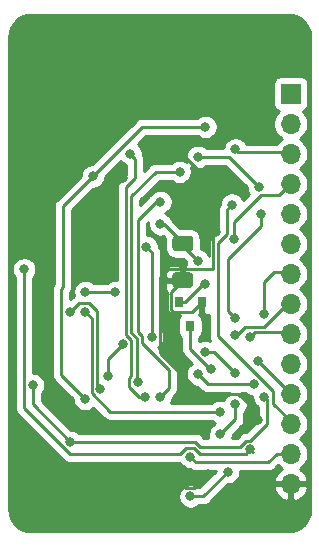
<source format=gbr>
%TF.GenerationSoftware,KiCad,Pcbnew,(5.1.10)-1*%
%TF.CreationDate,2021-09-14T12:30:06+02:00*%
%TF.ProjectId,BTS-MainBoard-Control,4254532d-4d61-4696-9e42-6f6172642d43,rev?*%
%TF.SameCoordinates,Original*%
%TF.FileFunction,Copper,L2,Bot*%
%TF.FilePolarity,Positive*%
%FSLAX46Y46*%
G04 Gerber Fmt 4.6, Leading zero omitted, Abs format (unit mm)*
G04 Created by KiCad (PCBNEW (5.1.10)-1) date 2021-09-14 12:30:06*
%MOMM*%
%LPD*%
G01*
G04 APERTURE LIST*
%TA.AperFunction,SMDPad,CuDef*%
%ADD10R,0.800000X0.900000*%
%TD*%
%TA.AperFunction,ComponentPad*%
%ADD11O,1.700000X1.700000*%
%TD*%
%TA.AperFunction,ComponentPad*%
%ADD12R,1.700000X1.700000*%
%TD*%
%TA.AperFunction,ViaPad*%
%ADD13C,0.800000*%
%TD*%
%TA.AperFunction,Conductor*%
%ADD14C,0.250000*%
%TD*%
%TA.AperFunction,Conductor*%
%ADD15C,0.254000*%
%TD*%
%TA.AperFunction,Conductor*%
%ADD16C,0.100000*%
%TD*%
G04 APERTURE END LIST*
%TO.P,R8,2*%
%TO.N,GND*%
%TA.AperFunction,SMDPad,CuDef*%
G36*
G01*
X76844999Y-59320000D02*
X78095001Y-59320000D01*
G75*
G02*
X78345000Y-59569999I0J-249999D01*
G01*
X78345000Y-60370001D01*
G75*
G02*
X78095001Y-60620000I-249999J0D01*
G01*
X76844999Y-60620000D01*
G75*
G02*
X76595000Y-60370001I0J249999D01*
G01*
X76595000Y-59569999D01*
G75*
G02*
X76844999Y-59320000I249999J0D01*
G01*
G37*
%TD.AperFunction*%
%TO.P,R8,1*%
%TO.N,/Fan_trigger*%
%TA.AperFunction,SMDPad,CuDef*%
G36*
G01*
X76844999Y-56220000D02*
X78095001Y-56220000D01*
G75*
G02*
X78345000Y-56469999I0J-249999D01*
G01*
X78345000Y-57270001D01*
G75*
G02*
X78095001Y-57520000I-249999J0D01*
G01*
X76844999Y-57520000D01*
G75*
G02*
X76595000Y-57270001I0J249999D01*
G01*
X76595000Y-56469999D01*
G75*
G02*
X76844999Y-56220000I249999J0D01*
G01*
G37*
%TD.AperFunction*%
%TD*%
D10*
%TO.P,Q1,3*%
%TO.N,/FanDrive*%
X78105000Y-63865000D03*
%TO.P,Q1,2*%
%TO.N,GND*%
X79055000Y-61865000D03*
%TO.P,Q1,1*%
%TO.N,/Fan_trigger*%
X77155000Y-61865000D03*
%TD*%
D11*
%TO.P,J4,14*%
%TO.N,GND*%
X86614000Y-77216000D03*
%TO.P,J4,13*%
%TO.N,/FanDrive*%
X86614000Y-74676000D03*
%TO.P,J4,12*%
%TO.N,/VSense*%
X86614000Y-72136000D03*
%TO.P,J4,11*%
%TO.N,+12V*%
X86614000Y-69596000D03*
%TO.P,J4,10*%
%TO.N,/BHS*%
X86614000Y-67056000D03*
%TO.P,J4,9*%
%TO.N,/BLS*%
X86614000Y-64516000D03*
%TO.P,J4,8*%
%TO.N,/BLO*%
X86614000Y-61976000D03*
%TO.P,J4,7*%
%TO.N,/BHO*%
X86614000Y-59436000D03*
%TO.P,J4,6*%
%TO.N,/BHB*%
X86614000Y-56896000D03*
%TO.P,J4,5*%
%TO.N,/ALS*%
X86614000Y-54356000D03*
%TO.P,J4,4*%
%TO.N,/ALO*%
X86614000Y-51816000D03*
%TO.P,J4,3*%
%TO.N,/AHO*%
X86614000Y-49276000D03*
%TO.P,J4,2*%
%TO.N,/AHS*%
X86614000Y-46736000D03*
D12*
%TO.P,J4,1*%
%TO.N,/AHB*%
X86614000Y-44196000D03*
%TD*%
D13*
%TO.N,GND*%
X71755000Y-77470000D03*
X80302516Y-55880000D03*
X83835602Y-71813139D03*
X75105000Y-49217270D03*
X80290000Y-50800000D03*
X68453000Y-55245000D03*
X72390000Y-51308000D03*
X79570160Y-76395160D03*
%TO.N,+12V*%
X80645000Y-73025000D03*
X83185000Y-74295006D03*
X81915000Y-70485000D03*
X81915000Y-67855740D03*
X64045000Y-59055000D03*
X69215000Y-60960000D03*
X71755000Y-60960000D03*
X83820000Y-66802000D03*
X79375000Y-66040000D03*
%TO.N,/BHS*%
X69215000Y-62660010D03*
X80627093Y-71120000D03*
%TO.N,/BHB*%
X64770000Y-68872500D03*
X67945000Y-73660000D03*
X84384965Y-69849992D03*
%TO.N,/AHS*%
X81915000Y-63207500D03*
X84059835Y-54370165D03*
%TO.N,/AHB*%
X81280000Y-76200000D03*
X78105585Y-78285012D03*
%TO.N,/VSense*%
X81614581Y-53578504D03*
%TO.N,/IN-*%
X75565000Y-69850000D03*
X75565000Y-53340000D03*
%TO.N,/IN+*%
X74295000Y-69850000D03*
X73025000Y-49275998D03*
%TO.N,/Disable*%
X77190000Y-50800000D03*
X73660000Y-68580000D03*
%TO.N,/HEN*%
X79375000Y-46990000D03*
X69195469Y-70017914D03*
X69850000Y-51180998D03*
%TO.N,/BLS*%
X83185010Y-64770000D03*
X71170908Y-68098355D03*
X72389998Y-65405000D03*
%TO.N,/BLO*%
X81915000Y-64619990D03*
X74840000Y-64770000D03*
X74385000Y-57150000D03*
%TO.N,/BHO*%
X67945000Y-62660000D03*
X84384959Y-62865000D03*
X78740000Y-67945000D03*
X70485000Y-69215000D03*
X83516340Y-68793660D03*
%TO.N,/ALS*%
X78740000Y-49530000D03*
X83910000Y-52070000D03*
%TO.N,/ALO*%
X81825000Y-56515000D03*
%TO.N,/AHO*%
X81915000Y-48895000D03*
%TO.N,/Fan_trigger*%
X75565000Y-55245000D03*
X78740000Y-58330000D03*
X79375000Y-60325000D03*
%TO.N,/FanDrive*%
X79827901Y-67486612D03*
X78105000Y-74930000D03*
%TD*%
D14*
%TO.N,GND*%
X78936998Y-50800000D02*
X80290000Y-50800000D01*
X77354268Y-49217270D02*
X78936998Y-50800000D01*
X75105000Y-49217270D02*
X77354268Y-49217270D01*
X68453000Y-55245000D02*
X72390000Y-51308000D01*
X83835602Y-71247454D02*
X83835602Y-71813139D01*
X82180537Y-69592389D02*
X83835602Y-71247454D01*
X79027246Y-69592389D02*
X82180537Y-69592389D01*
X75565000Y-59690000D02*
X75565000Y-66130143D01*
X80010000Y-59055000D02*
X76200000Y-59055000D01*
X80010000Y-55880000D02*
X80010000Y-59055000D01*
X76200000Y-59055000D02*
X75565000Y-59690000D01*
X75565000Y-66130143D02*
X79027246Y-69592389D01*
X80302516Y-55880000D02*
X80010000Y-55880000D01*
X71755000Y-77470000D02*
X77666996Y-77470000D01*
X77666996Y-77470000D02*
X77756998Y-77560002D01*
X77756998Y-77560002D02*
X78405318Y-77560002D01*
X78405318Y-77560002D02*
X79570160Y-76395160D01*
X78279999Y-62640001D02*
X79055000Y-61865000D01*
X76429999Y-62459999D02*
X76610001Y-62640001D01*
X76610001Y-62640001D02*
X78279999Y-62640001D01*
X76429999Y-61010001D02*
X76429999Y-62459999D01*
X77470000Y-59970000D02*
X76429999Y-61010001D01*
%TO.N,+12V*%
X83454994Y-74565000D02*
X83185000Y-74295006D01*
X81915000Y-71755000D02*
X81915000Y-70485000D01*
X80645000Y-73025000D02*
X81915000Y-71755000D01*
X69215000Y-60960000D02*
X71755000Y-60960000D01*
X86614000Y-69596000D02*
X83820000Y-66802000D01*
X81915000Y-67855740D02*
X80099260Y-66040000D01*
X80099260Y-66040000D02*
X79375000Y-66040000D01*
X64045000Y-59620685D02*
X64045000Y-59055000D01*
X83185000Y-74295006D02*
X82785001Y-74695005D01*
X64044999Y-70833001D02*
X64045000Y-59620685D01*
X77266993Y-74695005D02*
X67907003Y-74695005D01*
X82785001Y-74695005D02*
X78943007Y-74695005D01*
X67907003Y-74695005D02*
X64044999Y-70833001D01*
X77757008Y-74204990D02*
X77266993Y-74695005D01*
X78452994Y-74204990D02*
X77757008Y-74204990D01*
X78943007Y-74695005D02*
X78452994Y-74204990D01*
%TO.N,/BHS*%
X69215000Y-62660010D02*
X69759999Y-63205009D01*
X71316998Y-71120000D02*
X80627093Y-71120000D01*
X69759999Y-63205009D02*
X69759999Y-69563001D01*
X69759999Y-69563001D02*
X71316998Y-71120000D01*
%TO.N,/BHB*%
X64770000Y-70485000D02*
X67945000Y-73660000D01*
X64770000Y-68872500D02*
X64770000Y-70485000D01*
X82346999Y-74059999D02*
X82836999Y-73569999D01*
X78544412Y-73660000D02*
X78944411Y-74059999D01*
X78944411Y-74059999D02*
X82346999Y-74059999D01*
X67945000Y-73660000D02*
X78544412Y-73660000D01*
X84585018Y-70050045D02*
X84384965Y-69849992D01*
X82836999Y-73569999D02*
X83151746Y-73569999D01*
X84585018Y-72136727D02*
X84585018Y-70050045D01*
X83151746Y-73569999D02*
X84585018Y-72136727D01*
%TO.N,/AHS*%
X81280000Y-58195353D02*
X84059835Y-55415518D01*
X81280000Y-62572500D02*
X81280000Y-58195353D01*
X84059835Y-55415518D02*
X84059835Y-54370165D01*
X81915000Y-63207500D02*
X81280000Y-62572500D01*
%TO.N,/AHB*%
X79194988Y-78285012D02*
X78105585Y-78285012D01*
X81280000Y-76200000D02*
X79194988Y-78285012D01*
%TO.N,/VSense*%
X86684999Y-72025000D02*
X85109989Y-70449990D01*
X85109989Y-70449990D02*
X85109989Y-69361989D01*
X85109989Y-69361989D02*
X80409999Y-64661999D01*
X80409999Y-64661999D02*
X80409999Y-59291412D01*
X80409999Y-59291412D02*
X80460011Y-59241400D01*
X80460011Y-59241400D02*
X80460011Y-56795493D01*
X80460011Y-56795493D02*
X81214582Y-56040922D01*
X81214582Y-56040922D02*
X81214582Y-53978503D01*
X81214582Y-53978503D02*
X81614581Y-53578504D01*
%TO.N,/IN-*%
X76290002Y-69124998D02*
X75565000Y-69850000D01*
X76290002Y-67596998D02*
X76290002Y-69124998D01*
X73660000Y-64329175D02*
X74015025Y-64684199D01*
X73660000Y-54864000D02*
X73660000Y-64329175D01*
X74015025Y-65322021D02*
X76290002Y-67596998D01*
X75184000Y-53340000D02*
X73660000Y-54864000D01*
X74015025Y-64684199D02*
X74015025Y-65322021D01*
X75565000Y-53340000D02*
X75184000Y-53340000D01*
%TO.N,/IN+*%
X73424999Y-51346003D02*
X73424999Y-49675997D01*
X72664989Y-64606985D02*
X72664989Y-52106013D01*
X73115003Y-65056999D02*
X72664989Y-64606985D01*
X73115003Y-68051993D02*
X73115003Y-65056999D01*
X73424999Y-49675997D02*
X73025000Y-49275998D01*
X73729315Y-69850000D02*
X72934998Y-69055683D01*
X72934998Y-69055683D02*
X72934998Y-68231998D01*
X72664989Y-52106013D02*
X73424999Y-51346003D01*
X74295000Y-69850000D02*
X73729315Y-69850000D01*
X72934998Y-68231998D02*
X73115003Y-68051993D01*
%TO.N,/Disable*%
X73565014Y-68485014D02*
X73660000Y-68580000D01*
X77190000Y-50800000D02*
X75184000Y-50800000D01*
X73115000Y-52869000D02*
X73115000Y-64420585D01*
X75184000Y-50800000D02*
X73115000Y-52869000D01*
X73565014Y-64870599D02*
X73565014Y-68485014D01*
X73115000Y-64420585D02*
X73565014Y-64870599D01*
%TO.N,/HEN*%
X74040998Y-46990000D02*
X69850000Y-51180998D01*
X79375000Y-46990000D02*
X74040998Y-46990000D01*
X67310000Y-53720998D02*
X69850000Y-51180998D01*
X67310000Y-60579000D02*
X67310000Y-53720998D01*
X67183000Y-60706000D02*
X67310000Y-60579000D01*
X67183000Y-68005445D02*
X67183000Y-60706000D01*
X69195469Y-70017914D02*
X67183000Y-68005445D01*
%TO.N,/BLS*%
X86684999Y-64405000D02*
X83550010Y-64405000D01*
X83550010Y-64405000D02*
X83185010Y-64770000D01*
X71170908Y-68098355D02*
X71170908Y-66624090D01*
X71170908Y-66624090D02*
X72389998Y-65405000D01*
%TO.N,/BLO*%
X84345009Y-63954990D02*
X82730010Y-63954990D01*
X86434999Y-61865000D02*
X84345009Y-63954990D01*
X86684999Y-61865000D02*
X86434999Y-61865000D01*
X82065010Y-64619990D02*
X81915000Y-64619990D01*
X82730010Y-63954990D02*
X82065010Y-64619990D01*
X74840000Y-57605000D02*
X74385000Y-57150000D01*
X74840000Y-64770000D02*
X74840000Y-57605000D01*
%TO.N,/BHO*%
X84384959Y-60125040D02*
X84384959Y-62865000D01*
X85184999Y-59325000D02*
X84384959Y-60125040D01*
X86684999Y-59325000D02*
X85184999Y-59325000D01*
X70210010Y-68940010D02*
X70485000Y-69215000D01*
X70210010Y-62582004D02*
X70210010Y-68940010D01*
X68670011Y-61934989D02*
X69562995Y-61934989D01*
X69562995Y-61934989D02*
X70210010Y-62582004D01*
X67945000Y-62660000D02*
X68670011Y-61934989D01*
X78740000Y-67945000D02*
X79588660Y-68793660D01*
X79588660Y-68793660D02*
X83516340Y-68793660D01*
%TO.N,/ALS*%
X81370000Y-49530000D02*
X83910000Y-52070000D01*
X78740000Y-49530000D02*
X81370000Y-49530000D01*
%TO.N,/ALO*%
X81825000Y-55064999D02*
X81825000Y-56515000D01*
X84094997Y-52795002D02*
X81825000Y-55064999D01*
X85594997Y-52795002D02*
X84094997Y-52795002D01*
X86684999Y-51705000D02*
X85594997Y-52795002D01*
%TO.N,/AHO*%
X82185000Y-49165000D02*
X81915000Y-48895000D01*
X86684999Y-49165000D02*
X82185000Y-49165000D01*
%TO.N,/Fan_trigger*%
X77470000Y-56870000D02*
X75845000Y-55245000D01*
X75845000Y-55245000D02*
X75565000Y-55245000D01*
X77470000Y-57060000D02*
X78740000Y-58330000D01*
X77470000Y-56870000D02*
X77470000Y-57060000D01*
X77619998Y-61865000D02*
X77155000Y-61865000D01*
X79159998Y-60325000D02*
X77619998Y-61865000D01*
X79375000Y-60325000D02*
X79159998Y-60325000D01*
%TO.N,/FanDrive*%
X79748610Y-67486612D02*
X79827901Y-67486612D01*
X78105000Y-65843002D02*
X79748610Y-67486612D01*
X78105000Y-63865000D02*
X78105000Y-65843002D01*
X84698787Y-75389132D02*
X78564132Y-75389132D01*
X78564132Y-75389132D02*
X78105000Y-74930000D01*
X86614000Y-74676000D02*
X85411919Y-74676000D01*
X85411919Y-74676000D02*
X84698787Y-75389132D01*
%TD*%
D15*
%TO.N,GND*%
X86724545Y-37528909D02*
X87075208Y-37634780D01*
X87398625Y-37806744D01*
X87682484Y-38038254D01*
X87915965Y-38320486D01*
X88090183Y-38642695D01*
X88198502Y-38992614D01*
X88240000Y-39387443D01*
X88240001Y-79342711D01*
X88201091Y-79739545D01*
X88095220Y-80090206D01*
X87923257Y-80413623D01*
X87691748Y-80697482D01*
X87409514Y-80930965D01*
X87087304Y-81105184D01*
X86737385Y-81213502D01*
X86342557Y-81255000D01*
X64675279Y-81255000D01*
X64278455Y-81216091D01*
X63927794Y-81110220D01*
X63604377Y-80938257D01*
X63320518Y-80706748D01*
X63087035Y-80424514D01*
X62912816Y-80102304D01*
X62804498Y-79752385D01*
X62763000Y-79357557D01*
X62763000Y-58953061D01*
X63010000Y-58953061D01*
X63010000Y-59156939D01*
X63049774Y-59356898D01*
X63127795Y-59545256D01*
X63241063Y-59714774D01*
X63285001Y-59758712D01*
X63284999Y-70795678D01*
X63281323Y-70833001D01*
X63284999Y-70870323D01*
X63284999Y-70870333D01*
X63295996Y-70981986D01*
X63337861Y-71119999D01*
X63339453Y-71125247D01*
X63410025Y-71257277D01*
X63436008Y-71288937D01*
X63504998Y-71373001D01*
X63533996Y-71396799D01*
X67343208Y-75206013D01*
X67367002Y-75235006D01*
X67395995Y-75258800D01*
X67395999Y-75258804D01*
X67425233Y-75282795D01*
X67482727Y-75329979D01*
X67614756Y-75400551D01*
X67758017Y-75444008D01*
X67869670Y-75455005D01*
X67869679Y-75455005D01*
X67907002Y-75458681D01*
X67944325Y-75455005D01*
X77211013Y-75455005D01*
X77301063Y-75589774D01*
X77445226Y-75733937D01*
X77614744Y-75847205D01*
X77803102Y-75925226D01*
X78003061Y-75965000D01*
X78067835Y-75965000D01*
X78139856Y-76024106D01*
X78271885Y-76094678D01*
X78415146Y-76138135D01*
X78526799Y-76149132D01*
X78526807Y-76149132D01*
X78564132Y-76152808D01*
X78601457Y-76149132D01*
X80245000Y-76149132D01*
X80245000Y-76160198D01*
X78880187Y-77525012D01*
X78809296Y-77525012D01*
X78765359Y-77481075D01*
X78595841Y-77367807D01*
X78407483Y-77289786D01*
X78207524Y-77250012D01*
X78003646Y-77250012D01*
X77803687Y-77289786D01*
X77615329Y-77367807D01*
X77445811Y-77481075D01*
X77301648Y-77625238D01*
X77188380Y-77794756D01*
X77110359Y-77983114D01*
X77070585Y-78183073D01*
X77070585Y-78386951D01*
X77110359Y-78586910D01*
X77188380Y-78775268D01*
X77301648Y-78944786D01*
X77445811Y-79088949D01*
X77615329Y-79202217D01*
X77803687Y-79280238D01*
X78003646Y-79320012D01*
X78207524Y-79320012D01*
X78407483Y-79280238D01*
X78595841Y-79202217D01*
X78765359Y-79088949D01*
X78809296Y-79045012D01*
X79157666Y-79045012D01*
X79194988Y-79048688D01*
X79232310Y-79045012D01*
X79232321Y-79045012D01*
X79343974Y-79034015D01*
X79487235Y-78990558D01*
X79619264Y-78919986D01*
X79734989Y-78825013D01*
X79758792Y-78796009D01*
X80981911Y-77572890D01*
X85172524Y-77572890D01*
X85217175Y-77720099D01*
X85342359Y-77982920D01*
X85516412Y-78216269D01*
X85732645Y-78411178D01*
X85982748Y-78560157D01*
X86257109Y-78657481D01*
X86487000Y-78536814D01*
X86487000Y-77343000D01*
X86741000Y-77343000D01*
X86741000Y-78536814D01*
X86970891Y-78657481D01*
X87245252Y-78560157D01*
X87495355Y-78411178D01*
X87711588Y-78216269D01*
X87885641Y-77982920D01*
X88010825Y-77720099D01*
X88055476Y-77572890D01*
X87934155Y-77343000D01*
X86741000Y-77343000D01*
X86487000Y-77343000D01*
X85293845Y-77343000D01*
X85172524Y-77572890D01*
X80981911Y-77572890D01*
X81319802Y-77235000D01*
X81381939Y-77235000D01*
X81581898Y-77195226D01*
X81770256Y-77117205D01*
X81939774Y-77003937D01*
X82083937Y-76859774D01*
X82197205Y-76690256D01*
X82275226Y-76501898D01*
X82315000Y-76301939D01*
X82315000Y-76149132D01*
X84661465Y-76149132D01*
X84698787Y-76152808D01*
X84736109Y-76149132D01*
X84736120Y-76149132D01*
X84847773Y-76138135D01*
X84991034Y-76094678D01*
X85123063Y-76024106D01*
X85238788Y-75929133D01*
X85262590Y-75900130D01*
X85500307Y-75662414D01*
X85667368Y-75829475D01*
X85849534Y-75951195D01*
X85732645Y-76020822D01*
X85516412Y-76215731D01*
X85342359Y-76449080D01*
X85217175Y-76711901D01*
X85172524Y-76859110D01*
X85293845Y-77089000D01*
X86487000Y-77089000D01*
X86487000Y-77069000D01*
X86741000Y-77069000D01*
X86741000Y-77089000D01*
X87934155Y-77089000D01*
X88055476Y-76859110D01*
X88010825Y-76711901D01*
X87885641Y-76449080D01*
X87711588Y-76215731D01*
X87495355Y-76020822D01*
X87378466Y-75951195D01*
X87560632Y-75829475D01*
X87767475Y-75622632D01*
X87929990Y-75379411D01*
X88041932Y-75109158D01*
X88099000Y-74822260D01*
X88099000Y-74529740D01*
X88041932Y-74242842D01*
X87929990Y-73972589D01*
X87767475Y-73729368D01*
X87560632Y-73522525D01*
X87386240Y-73406000D01*
X87560632Y-73289475D01*
X87767475Y-73082632D01*
X87929990Y-72839411D01*
X88041932Y-72569158D01*
X88099000Y-72282260D01*
X88099000Y-71989740D01*
X88041932Y-71702842D01*
X87929990Y-71432589D01*
X87767475Y-71189368D01*
X87560632Y-70982525D01*
X87386240Y-70866000D01*
X87560632Y-70749475D01*
X87767475Y-70542632D01*
X87929990Y-70299411D01*
X88041932Y-70029158D01*
X88099000Y-69742260D01*
X88099000Y-69449740D01*
X88041932Y-69162842D01*
X87929990Y-68892589D01*
X87767475Y-68649368D01*
X87560632Y-68442525D01*
X87386240Y-68326000D01*
X87560632Y-68209475D01*
X87767475Y-68002632D01*
X87929990Y-67759411D01*
X88041932Y-67489158D01*
X88099000Y-67202260D01*
X88099000Y-66909740D01*
X88041932Y-66622842D01*
X87929990Y-66352589D01*
X87767475Y-66109368D01*
X87560632Y-65902525D01*
X87386240Y-65786000D01*
X87560632Y-65669475D01*
X87767475Y-65462632D01*
X87929990Y-65219411D01*
X88041932Y-64949158D01*
X88099000Y-64662260D01*
X88099000Y-64369740D01*
X88041932Y-64082842D01*
X87929990Y-63812589D01*
X87767475Y-63569368D01*
X87560632Y-63362525D01*
X87386240Y-63246000D01*
X87560632Y-63129475D01*
X87767475Y-62922632D01*
X87929990Y-62679411D01*
X88041932Y-62409158D01*
X88099000Y-62122260D01*
X88099000Y-61829740D01*
X88041932Y-61542842D01*
X87929990Y-61272589D01*
X87767475Y-61029368D01*
X87560632Y-60822525D01*
X87386240Y-60706000D01*
X87560632Y-60589475D01*
X87767475Y-60382632D01*
X87929990Y-60139411D01*
X88041932Y-59869158D01*
X88099000Y-59582260D01*
X88099000Y-59289740D01*
X88041932Y-59002842D01*
X87929990Y-58732589D01*
X87767475Y-58489368D01*
X87560632Y-58282525D01*
X87386240Y-58166000D01*
X87560632Y-58049475D01*
X87767475Y-57842632D01*
X87929990Y-57599411D01*
X88041932Y-57329158D01*
X88099000Y-57042260D01*
X88099000Y-56749740D01*
X88041932Y-56462842D01*
X87929990Y-56192589D01*
X87767475Y-55949368D01*
X87560632Y-55742525D01*
X87386240Y-55626000D01*
X87560632Y-55509475D01*
X87767475Y-55302632D01*
X87929990Y-55059411D01*
X88041932Y-54789158D01*
X88099000Y-54502260D01*
X88099000Y-54209740D01*
X88041932Y-53922842D01*
X87929990Y-53652589D01*
X87767475Y-53409368D01*
X87560632Y-53202525D01*
X87386240Y-53086000D01*
X87560632Y-52969475D01*
X87767475Y-52762632D01*
X87929990Y-52519411D01*
X88041932Y-52249158D01*
X88099000Y-51962260D01*
X88099000Y-51669740D01*
X88041932Y-51382842D01*
X87929990Y-51112589D01*
X87767475Y-50869368D01*
X87560632Y-50662525D01*
X87386240Y-50546000D01*
X87560632Y-50429475D01*
X87767475Y-50222632D01*
X87929990Y-49979411D01*
X88041932Y-49709158D01*
X88099000Y-49422260D01*
X88099000Y-49129740D01*
X88041932Y-48842842D01*
X87929990Y-48572589D01*
X87767475Y-48329368D01*
X87560632Y-48122525D01*
X87386240Y-48006000D01*
X87560632Y-47889475D01*
X87767475Y-47682632D01*
X87929990Y-47439411D01*
X88041932Y-47169158D01*
X88099000Y-46882260D01*
X88099000Y-46589740D01*
X88041932Y-46302842D01*
X87929990Y-46032589D01*
X87767475Y-45789368D01*
X87635620Y-45657513D01*
X87708180Y-45635502D01*
X87818494Y-45576537D01*
X87915185Y-45497185D01*
X87994537Y-45400494D01*
X88053502Y-45290180D01*
X88089812Y-45170482D01*
X88102072Y-45046000D01*
X88102072Y-43346000D01*
X88089812Y-43221518D01*
X88053502Y-43101820D01*
X87994537Y-42991506D01*
X87915185Y-42894815D01*
X87818494Y-42815463D01*
X87708180Y-42756498D01*
X87588482Y-42720188D01*
X87464000Y-42707928D01*
X85764000Y-42707928D01*
X85639518Y-42720188D01*
X85519820Y-42756498D01*
X85409506Y-42815463D01*
X85312815Y-42894815D01*
X85233463Y-42991506D01*
X85174498Y-43101820D01*
X85138188Y-43221518D01*
X85125928Y-43346000D01*
X85125928Y-45046000D01*
X85138188Y-45170482D01*
X85174498Y-45290180D01*
X85233463Y-45400494D01*
X85312815Y-45497185D01*
X85409506Y-45576537D01*
X85519820Y-45635502D01*
X85592380Y-45657513D01*
X85460525Y-45789368D01*
X85298010Y-46032589D01*
X85186068Y-46302842D01*
X85129000Y-46589740D01*
X85129000Y-46882260D01*
X85186068Y-47169158D01*
X85298010Y-47439411D01*
X85460525Y-47682632D01*
X85667368Y-47889475D01*
X85841760Y-48006000D01*
X85667368Y-48122525D01*
X85460525Y-48329368D01*
X85409989Y-48405000D01*
X82832311Y-48405000D01*
X82832205Y-48404744D01*
X82718937Y-48235226D01*
X82574774Y-48091063D01*
X82405256Y-47977795D01*
X82216898Y-47899774D01*
X82016939Y-47860000D01*
X81813061Y-47860000D01*
X81613102Y-47899774D01*
X81424744Y-47977795D01*
X81255226Y-48091063D01*
X81111063Y-48235226D01*
X80997795Y-48404744D01*
X80919774Y-48593102D01*
X80884587Y-48770000D01*
X79443711Y-48770000D01*
X79399774Y-48726063D01*
X79230256Y-48612795D01*
X79041898Y-48534774D01*
X78841939Y-48495000D01*
X78638061Y-48495000D01*
X78438102Y-48534774D01*
X78249744Y-48612795D01*
X78080226Y-48726063D01*
X77936063Y-48870226D01*
X77822795Y-49039744D01*
X77744774Y-49228102D01*
X77705000Y-49428061D01*
X77705000Y-49631939D01*
X77744774Y-49831898D01*
X77798614Y-49961879D01*
X77680256Y-49882795D01*
X77491898Y-49804774D01*
X77291939Y-49765000D01*
X77088061Y-49765000D01*
X76888102Y-49804774D01*
X76699744Y-49882795D01*
X76530226Y-49996063D01*
X76486289Y-50040000D01*
X75221323Y-50040000D01*
X75184000Y-50036324D01*
X75146677Y-50040000D01*
X75146667Y-50040000D01*
X75035014Y-50050997D01*
X74891753Y-50094454D01*
X74759724Y-50165026D01*
X74643999Y-50259999D01*
X74620201Y-50288997D01*
X74184999Y-50724199D01*
X74184999Y-49713319D01*
X74188675Y-49675996D01*
X74184999Y-49638674D01*
X74184999Y-49638664D01*
X74174002Y-49527011D01*
X74130545Y-49383750D01*
X74060000Y-49251772D01*
X74060000Y-49174059D01*
X74020226Y-48974100D01*
X73942205Y-48785742D01*
X73828937Y-48616224D01*
X73684774Y-48472061D01*
X73654181Y-48451619D01*
X74355800Y-47750000D01*
X78671289Y-47750000D01*
X78715226Y-47793937D01*
X78884744Y-47907205D01*
X79073102Y-47985226D01*
X79273061Y-48025000D01*
X79476939Y-48025000D01*
X79676898Y-47985226D01*
X79865256Y-47907205D01*
X80034774Y-47793937D01*
X80178937Y-47649774D01*
X80292205Y-47480256D01*
X80370226Y-47291898D01*
X80410000Y-47091939D01*
X80410000Y-46888061D01*
X80370226Y-46688102D01*
X80292205Y-46499744D01*
X80178937Y-46330226D01*
X80034774Y-46186063D01*
X79865256Y-46072795D01*
X79676898Y-45994774D01*
X79476939Y-45955000D01*
X79273061Y-45955000D01*
X79073102Y-45994774D01*
X78884744Y-46072795D01*
X78715226Y-46186063D01*
X78671289Y-46230000D01*
X74078320Y-46230000D01*
X74040997Y-46226324D01*
X74003674Y-46230000D01*
X74003665Y-46230000D01*
X73892012Y-46240997D01*
X73748751Y-46284454D01*
X73616722Y-46355026D01*
X73500997Y-46449999D01*
X73477199Y-46478997D01*
X69810199Y-50145998D01*
X69748061Y-50145998D01*
X69548102Y-50185772D01*
X69359744Y-50263793D01*
X69190226Y-50377061D01*
X69046063Y-50521224D01*
X68932795Y-50690742D01*
X68854774Y-50879100D01*
X68815000Y-51079059D01*
X68815000Y-51141195D01*
X66798998Y-53157199D01*
X66770000Y-53180997D01*
X66746202Y-53209995D01*
X66746201Y-53209996D01*
X66675026Y-53296722D01*
X66604454Y-53428752D01*
X66589951Y-53476565D01*
X66560998Y-53572012D01*
X66557602Y-53606488D01*
X66546324Y-53720998D01*
X66550001Y-53758330D01*
X66550000Y-60279319D01*
X66548026Y-60281724D01*
X66477454Y-60413754D01*
X66459184Y-60473986D01*
X66433998Y-60557014D01*
X66427794Y-60620000D01*
X66419324Y-60706000D01*
X66423001Y-60743332D01*
X66423000Y-67968122D01*
X66419324Y-68005445D01*
X66423000Y-68042767D01*
X66423000Y-68042777D01*
X66433997Y-68154430D01*
X66471512Y-68278102D01*
X66477454Y-68297691D01*
X66548026Y-68429721D01*
X66569595Y-68456002D01*
X66642999Y-68545446D01*
X66672003Y-68569249D01*
X68160469Y-70057716D01*
X68160469Y-70119853D01*
X68200243Y-70319812D01*
X68278264Y-70508170D01*
X68391532Y-70677688D01*
X68535695Y-70821851D01*
X68705213Y-70935119D01*
X68893571Y-71013140D01*
X69093530Y-71052914D01*
X69297408Y-71052914D01*
X69497367Y-71013140D01*
X69685725Y-70935119D01*
X69855243Y-70821851D01*
X69899645Y-70777449D01*
X70753199Y-71631003D01*
X70776997Y-71660001D01*
X70805995Y-71683799D01*
X70892721Y-71754974D01*
X71024751Y-71825546D01*
X71168012Y-71869003D01*
X71279665Y-71880000D01*
X71279674Y-71880000D01*
X71316997Y-71883676D01*
X71354320Y-71880000D01*
X79923382Y-71880000D01*
X79967319Y-71923937D01*
X80136837Y-72037205D01*
X80231000Y-72076209D01*
X80154744Y-72107795D01*
X79985226Y-72221063D01*
X79841063Y-72365226D01*
X79727795Y-72534744D01*
X79649774Y-72723102D01*
X79610000Y-72923061D01*
X79610000Y-73126939D01*
X79644423Y-73299999D01*
X79259212Y-73299999D01*
X79108216Y-73149003D01*
X79084413Y-73119999D01*
X78968688Y-73025026D01*
X78836659Y-72954454D01*
X78693398Y-72910997D01*
X78581745Y-72900000D01*
X78581734Y-72900000D01*
X78544412Y-72896324D01*
X78507090Y-72900000D01*
X68648711Y-72900000D01*
X68604774Y-72856063D01*
X68435256Y-72742795D01*
X68246898Y-72664774D01*
X68046939Y-72625000D01*
X67984802Y-72625000D01*
X65530000Y-70170199D01*
X65530000Y-69576211D01*
X65573937Y-69532274D01*
X65687205Y-69362756D01*
X65765226Y-69174398D01*
X65805000Y-68974439D01*
X65805000Y-68770561D01*
X65765226Y-68570602D01*
X65687205Y-68382244D01*
X65573937Y-68212726D01*
X65429774Y-68068563D01*
X65260256Y-67955295D01*
X65071898Y-67877274D01*
X64871939Y-67837500D01*
X64804999Y-67837500D01*
X64805000Y-59758711D01*
X64848937Y-59714774D01*
X64962205Y-59545256D01*
X65040226Y-59356898D01*
X65080000Y-59156939D01*
X65080000Y-58953061D01*
X65040226Y-58753102D01*
X64962205Y-58564744D01*
X64848937Y-58395226D01*
X64704774Y-58251063D01*
X64535256Y-58137795D01*
X64346898Y-58059774D01*
X64146939Y-58020000D01*
X63943061Y-58020000D01*
X63743102Y-58059774D01*
X63554744Y-58137795D01*
X63385226Y-58251063D01*
X63241063Y-58395226D01*
X63127795Y-58564744D01*
X63049774Y-58753102D01*
X63010000Y-58953061D01*
X62763000Y-58953061D01*
X62763000Y-39402279D01*
X62801909Y-39005455D01*
X62907780Y-38654792D01*
X63079744Y-38331375D01*
X63311254Y-38047516D01*
X63593486Y-37814035D01*
X63915695Y-37639817D01*
X64265614Y-37531498D01*
X64660443Y-37490000D01*
X86327721Y-37490000D01*
X86724545Y-37528909D01*
%TA.AperFunction,Conductor*%
D16*
G36*
X86724545Y-37528909D02*
G01*
X87075208Y-37634780D01*
X87398625Y-37806744D01*
X87682484Y-38038254D01*
X87915965Y-38320486D01*
X88090183Y-38642695D01*
X88198502Y-38992614D01*
X88240000Y-39387443D01*
X88240001Y-79342711D01*
X88201091Y-79739545D01*
X88095220Y-80090206D01*
X87923257Y-80413623D01*
X87691748Y-80697482D01*
X87409514Y-80930965D01*
X87087304Y-81105184D01*
X86737385Y-81213502D01*
X86342557Y-81255000D01*
X64675279Y-81255000D01*
X64278455Y-81216091D01*
X63927794Y-81110220D01*
X63604377Y-80938257D01*
X63320518Y-80706748D01*
X63087035Y-80424514D01*
X62912816Y-80102304D01*
X62804498Y-79752385D01*
X62763000Y-79357557D01*
X62763000Y-58953061D01*
X63010000Y-58953061D01*
X63010000Y-59156939D01*
X63049774Y-59356898D01*
X63127795Y-59545256D01*
X63241063Y-59714774D01*
X63285001Y-59758712D01*
X63284999Y-70795678D01*
X63281323Y-70833001D01*
X63284999Y-70870323D01*
X63284999Y-70870333D01*
X63295996Y-70981986D01*
X63337861Y-71119999D01*
X63339453Y-71125247D01*
X63410025Y-71257277D01*
X63436008Y-71288937D01*
X63504998Y-71373001D01*
X63533996Y-71396799D01*
X67343208Y-75206013D01*
X67367002Y-75235006D01*
X67395995Y-75258800D01*
X67395999Y-75258804D01*
X67425233Y-75282795D01*
X67482727Y-75329979D01*
X67614756Y-75400551D01*
X67758017Y-75444008D01*
X67869670Y-75455005D01*
X67869679Y-75455005D01*
X67907002Y-75458681D01*
X67944325Y-75455005D01*
X77211013Y-75455005D01*
X77301063Y-75589774D01*
X77445226Y-75733937D01*
X77614744Y-75847205D01*
X77803102Y-75925226D01*
X78003061Y-75965000D01*
X78067835Y-75965000D01*
X78139856Y-76024106D01*
X78271885Y-76094678D01*
X78415146Y-76138135D01*
X78526799Y-76149132D01*
X78526807Y-76149132D01*
X78564132Y-76152808D01*
X78601457Y-76149132D01*
X80245000Y-76149132D01*
X80245000Y-76160198D01*
X78880187Y-77525012D01*
X78809296Y-77525012D01*
X78765359Y-77481075D01*
X78595841Y-77367807D01*
X78407483Y-77289786D01*
X78207524Y-77250012D01*
X78003646Y-77250012D01*
X77803687Y-77289786D01*
X77615329Y-77367807D01*
X77445811Y-77481075D01*
X77301648Y-77625238D01*
X77188380Y-77794756D01*
X77110359Y-77983114D01*
X77070585Y-78183073D01*
X77070585Y-78386951D01*
X77110359Y-78586910D01*
X77188380Y-78775268D01*
X77301648Y-78944786D01*
X77445811Y-79088949D01*
X77615329Y-79202217D01*
X77803687Y-79280238D01*
X78003646Y-79320012D01*
X78207524Y-79320012D01*
X78407483Y-79280238D01*
X78595841Y-79202217D01*
X78765359Y-79088949D01*
X78809296Y-79045012D01*
X79157666Y-79045012D01*
X79194988Y-79048688D01*
X79232310Y-79045012D01*
X79232321Y-79045012D01*
X79343974Y-79034015D01*
X79487235Y-78990558D01*
X79619264Y-78919986D01*
X79734989Y-78825013D01*
X79758792Y-78796009D01*
X80981911Y-77572890D01*
X85172524Y-77572890D01*
X85217175Y-77720099D01*
X85342359Y-77982920D01*
X85516412Y-78216269D01*
X85732645Y-78411178D01*
X85982748Y-78560157D01*
X86257109Y-78657481D01*
X86487000Y-78536814D01*
X86487000Y-77343000D01*
X86741000Y-77343000D01*
X86741000Y-78536814D01*
X86970891Y-78657481D01*
X87245252Y-78560157D01*
X87495355Y-78411178D01*
X87711588Y-78216269D01*
X87885641Y-77982920D01*
X88010825Y-77720099D01*
X88055476Y-77572890D01*
X87934155Y-77343000D01*
X86741000Y-77343000D01*
X86487000Y-77343000D01*
X85293845Y-77343000D01*
X85172524Y-77572890D01*
X80981911Y-77572890D01*
X81319802Y-77235000D01*
X81381939Y-77235000D01*
X81581898Y-77195226D01*
X81770256Y-77117205D01*
X81939774Y-77003937D01*
X82083937Y-76859774D01*
X82197205Y-76690256D01*
X82275226Y-76501898D01*
X82315000Y-76301939D01*
X82315000Y-76149132D01*
X84661465Y-76149132D01*
X84698787Y-76152808D01*
X84736109Y-76149132D01*
X84736120Y-76149132D01*
X84847773Y-76138135D01*
X84991034Y-76094678D01*
X85123063Y-76024106D01*
X85238788Y-75929133D01*
X85262590Y-75900130D01*
X85500307Y-75662414D01*
X85667368Y-75829475D01*
X85849534Y-75951195D01*
X85732645Y-76020822D01*
X85516412Y-76215731D01*
X85342359Y-76449080D01*
X85217175Y-76711901D01*
X85172524Y-76859110D01*
X85293845Y-77089000D01*
X86487000Y-77089000D01*
X86487000Y-77069000D01*
X86741000Y-77069000D01*
X86741000Y-77089000D01*
X87934155Y-77089000D01*
X88055476Y-76859110D01*
X88010825Y-76711901D01*
X87885641Y-76449080D01*
X87711588Y-76215731D01*
X87495355Y-76020822D01*
X87378466Y-75951195D01*
X87560632Y-75829475D01*
X87767475Y-75622632D01*
X87929990Y-75379411D01*
X88041932Y-75109158D01*
X88099000Y-74822260D01*
X88099000Y-74529740D01*
X88041932Y-74242842D01*
X87929990Y-73972589D01*
X87767475Y-73729368D01*
X87560632Y-73522525D01*
X87386240Y-73406000D01*
X87560632Y-73289475D01*
X87767475Y-73082632D01*
X87929990Y-72839411D01*
X88041932Y-72569158D01*
X88099000Y-72282260D01*
X88099000Y-71989740D01*
X88041932Y-71702842D01*
X87929990Y-71432589D01*
X87767475Y-71189368D01*
X87560632Y-70982525D01*
X87386240Y-70866000D01*
X87560632Y-70749475D01*
X87767475Y-70542632D01*
X87929990Y-70299411D01*
X88041932Y-70029158D01*
X88099000Y-69742260D01*
X88099000Y-69449740D01*
X88041932Y-69162842D01*
X87929990Y-68892589D01*
X87767475Y-68649368D01*
X87560632Y-68442525D01*
X87386240Y-68326000D01*
X87560632Y-68209475D01*
X87767475Y-68002632D01*
X87929990Y-67759411D01*
X88041932Y-67489158D01*
X88099000Y-67202260D01*
X88099000Y-66909740D01*
X88041932Y-66622842D01*
X87929990Y-66352589D01*
X87767475Y-66109368D01*
X87560632Y-65902525D01*
X87386240Y-65786000D01*
X87560632Y-65669475D01*
X87767475Y-65462632D01*
X87929990Y-65219411D01*
X88041932Y-64949158D01*
X88099000Y-64662260D01*
X88099000Y-64369740D01*
X88041932Y-64082842D01*
X87929990Y-63812589D01*
X87767475Y-63569368D01*
X87560632Y-63362525D01*
X87386240Y-63246000D01*
X87560632Y-63129475D01*
X87767475Y-62922632D01*
X87929990Y-62679411D01*
X88041932Y-62409158D01*
X88099000Y-62122260D01*
X88099000Y-61829740D01*
X88041932Y-61542842D01*
X87929990Y-61272589D01*
X87767475Y-61029368D01*
X87560632Y-60822525D01*
X87386240Y-60706000D01*
X87560632Y-60589475D01*
X87767475Y-60382632D01*
X87929990Y-60139411D01*
X88041932Y-59869158D01*
X88099000Y-59582260D01*
X88099000Y-59289740D01*
X88041932Y-59002842D01*
X87929990Y-58732589D01*
X87767475Y-58489368D01*
X87560632Y-58282525D01*
X87386240Y-58166000D01*
X87560632Y-58049475D01*
X87767475Y-57842632D01*
X87929990Y-57599411D01*
X88041932Y-57329158D01*
X88099000Y-57042260D01*
X88099000Y-56749740D01*
X88041932Y-56462842D01*
X87929990Y-56192589D01*
X87767475Y-55949368D01*
X87560632Y-55742525D01*
X87386240Y-55626000D01*
X87560632Y-55509475D01*
X87767475Y-55302632D01*
X87929990Y-55059411D01*
X88041932Y-54789158D01*
X88099000Y-54502260D01*
X88099000Y-54209740D01*
X88041932Y-53922842D01*
X87929990Y-53652589D01*
X87767475Y-53409368D01*
X87560632Y-53202525D01*
X87386240Y-53086000D01*
X87560632Y-52969475D01*
X87767475Y-52762632D01*
X87929990Y-52519411D01*
X88041932Y-52249158D01*
X88099000Y-51962260D01*
X88099000Y-51669740D01*
X88041932Y-51382842D01*
X87929990Y-51112589D01*
X87767475Y-50869368D01*
X87560632Y-50662525D01*
X87386240Y-50546000D01*
X87560632Y-50429475D01*
X87767475Y-50222632D01*
X87929990Y-49979411D01*
X88041932Y-49709158D01*
X88099000Y-49422260D01*
X88099000Y-49129740D01*
X88041932Y-48842842D01*
X87929990Y-48572589D01*
X87767475Y-48329368D01*
X87560632Y-48122525D01*
X87386240Y-48006000D01*
X87560632Y-47889475D01*
X87767475Y-47682632D01*
X87929990Y-47439411D01*
X88041932Y-47169158D01*
X88099000Y-46882260D01*
X88099000Y-46589740D01*
X88041932Y-46302842D01*
X87929990Y-46032589D01*
X87767475Y-45789368D01*
X87635620Y-45657513D01*
X87708180Y-45635502D01*
X87818494Y-45576537D01*
X87915185Y-45497185D01*
X87994537Y-45400494D01*
X88053502Y-45290180D01*
X88089812Y-45170482D01*
X88102072Y-45046000D01*
X88102072Y-43346000D01*
X88089812Y-43221518D01*
X88053502Y-43101820D01*
X87994537Y-42991506D01*
X87915185Y-42894815D01*
X87818494Y-42815463D01*
X87708180Y-42756498D01*
X87588482Y-42720188D01*
X87464000Y-42707928D01*
X85764000Y-42707928D01*
X85639518Y-42720188D01*
X85519820Y-42756498D01*
X85409506Y-42815463D01*
X85312815Y-42894815D01*
X85233463Y-42991506D01*
X85174498Y-43101820D01*
X85138188Y-43221518D01*
X85125928Y-43346000D01*
X85125928Y-45046000D01*
X85138188Y-45170482D01*
X85174498Y-45290180D01*
X85233463Y-45400494D01*
X85312815Y-45497185D01*
X85409506Y-45576537D01*
X85519820Y-45635502D01*
X85592380Y-45657513D01*
X85460525Y-45789368D01*
X85298010Y-46032589D01*
X85186068Y-46302842D01*
X85129000Y-46589740D01*
X85129000Y-46882260D01*
X85186068Y-47169158D01*
X85298010Y-47439411D01*
X85460525Y-47682632D01*
X85667368Y-47889475D01*
X85841760Y-48006000D01*
X85667368Y-48122525D01*
X85460525Y-48329368D01*
X85409989Y-48405000D01*
X82832311Y-48405000D01*
X82832205Y-48404744D01*
X82718937Y-48235226D01*
X82574774Y-48091063D01*
X82405256Y-47977795D01*
X82216898Y-47899774D01*
X82016939Y-47860000D01*
X81813061Y-47860000D01*
X81613102Y-47899774D01*
X81424744Y-47977795D01*
X81255226Y-48091063D01*
X81111063Y-48235226D01*
X80997795Y-48404744D01*
X80919774Y-48593102D01*
X80884587Y-48770000D01*
X79443711Y-48770000D01*
X79399774Y-48726063D01*
X79230256Y-48612795D01*
X79041898Y-48534774D01*
X78841939Y-48495000D01*
X78638061Y-48495000D01*
X78438102Y-48534774D01*
X78249744Y-48612795D01*
X78080226Y-48726063D01*
X77936063Y-48870226D01*
X77822795Y-49039744D01*
X77744774Y-49228102D01*
X77705000Y-49428061D01*
X77705000Y-49631939D01*
X77744774Y-49831898D01*
X77798614Y-49961879D01*
X77680256Y-49882795D01*
X77491898Y-49804774D01*
X77291939Y-49765000D01*
X77088061Y-49765000D01*
X76888102Y-49804774D01*
X76699744Y-49882795D01*
X76530226Y-49996063D01*
X76486289Y-50040000D01*
X75221323Y-50040000D01*
X75184000Y-50036324D01*
X75146677Y-50040000D01*
X75146667Y-50040000D01*
X75035014Y-50050997D01*
X74891753Y-50094454D01*
X74759724Y-50165026D01*
X74643999Y-50259999D01*
X74620201Y-50288997D01*
X74184999Y-50724199D01*
X74184999Y-49713319D01*
X74188675Y-49675996D01*
X74184999Y-49638674D01*
X74184999Y-49638664D01*
X74174002Y-49527011D01*
X74130545Y-49383750D01*
X74060000Y-49251772D01*
X74060000Y-49174059D01*
X74020226Y-48974100D01*
X73942205Y-48785742D01*
X73828937Y-48616224D01*
X73684774Y-48472061D01*
X73654181Y-48451619D01*
X74355800Y-47750000D01*
X78671289Y-47750000D01*
X78715226Y-47793937D01*
X78884744Y-47907205D01*
X79073102Y-47985226D01*
X79273061Y-48025000D01*
X79476939Y-48025000D01*
X79676898Y-47985226D01*
X79865256Y-47907205D01*
X80034774Y-47793937D01*
X80178937Y-47649774D01*
X80292205Y-47480256D01*
X80370226Y-47291898D01*
X80410000Y-47091939D01*
X80410000Y-46888061D01*
X80370226Y-46688102D01*
X80292205Y-46499744D01*
X80178937Y-46330226D01*
X80034774Y-46186063D01*
X79865256Y-46072795D01*
X79676898Y-45994774D01*
X79476939Y-45955000D01*
X79273061Y-45955000D01*
X79073102Y-45994774D01*
X78884744Y-46072795D01*
X78715226Y-46186063D01*
X78671289Y-46230000D01*
X74078320Y-46230000D01*
X74040997Y-46226324D01*
X74003674Y-46230000D01*
X74003665Y-46230000D01*
X73892012Y-46240997D01*
X73748751Y-46284454D01*
X73616722Y-46355026D01*
X73500997Y-46449999D01*
X73477199Y-46478997D01*
X69810199Y-50145998D01*
X69748061Y-50145998D01*
X69548102Y-50185772D01*
X69359744Y-50263793D01*
X69190226Y-50377061D01*
X69046063Y-50521224D01*
X68932795Y-50690742D01*
X68854774Y-50879100D01*
X68815000Y-51079059D01*
X68815000Y-51141195D01*
X66798998Y-53157199D01*
X66770000Y-53180997D01*
X66746202Y-53209995D01*
X66746201Y-53209996D01*
X66675026Y-53296722D01*
X66604454Y-53428752D01*
X66589951Y-53476565D01*
X66560998Y-53572012D01*
X66557602Y-53606488D01*
X66546324Y-53720998D01*
X66550001Y-53758330D01*
X66550000Y-60279319D01*
X66548026Y-60281724D01*
X66477454Y-60413754D01*
X66459184Y-60473986D01*
X66433998Y-60557014D01*
X66427794Y-60620000D01*
X66419324Y-60706000D01*
X66423001Y-60743332D01*
X66423000Y-67968122D01*
X66419324Y-68005445D01*
X66423000Y-68042767D01*
X66423000Y-68042777D01*
X66433997Y-68154430D01*
X66471512Y-68278102D01*
X66477454Y-68297691D01*
X66548026Y-68429721D01*
X66569595Y-68456002D01*
X66642999Y-68545446D01*
X66672003Y-68569249D01*
X68160469Y-70057716D01*
X68160469Y-70119853D01*
X68200243Y-70319812D01*
X68278264Y-70508170D01*
X68391532Y-70677688D01*
X68535695Y-70821851D01*
X68705213Y-70935119D01*
X68893571Y-71013140D01*
X69093530Y-71052914D01*
X69297408Y-71052914D01*
X69497367Y-71013140D01*
X69685725Y-70935119D01*
X69855243Y-70821851D01*
X69899645Y-70777449D01*
X70753199Y-71631003D01*
X70776997Y-71660001D01*
X70805995Y-71683799D01*
X70892721Y-71754974D01*
X71024751Y-71825546D01*
X71168012Y-71869003D01*
X71279665Y-71880000D01*
X71279674Y-71880000D01*
X71316997Y-71883676D01*
X71354320Y-71880000D01*
X79923382Y-71880000D01*
X79967319Y-71923937D01*
X80136837Y-72037205D01*
X80231000Y-72076209D01*
X80154744Y-72107795D01*
X79985226Y-72221063D01*
X79841063Y-72365226D01*
X79727795Y-72534744D01*
X79649774Y-72723102D01*
X79610000Y-72923061D01*
X79610000Y-73126939D01*
X79644423Y-73299999D01*
X79259212Y-73299999D01*
X79108216Y-73149003D01*
X79084413Y-73119999D01*
X78968688Y-73025026D01*
X78836659Y-72954454D01*
X78693398Y-72910997D01*
X78581745Y-72900000D01*
X78581734Y-72900000D01*
X78544412Y-72896324D01*
X78507090Y-72900000D01*
X68648711Y-72900000D01*
X68604774Y-72856063D01*
X68435256Y-72742795D01*
X68246898Y-72664774D01*
X68046939Y-72625000D01*
X67984802Y-72625000D01*
X65530000Y-70170199D01*
X65530000Y-69576211D01*
X65573937Y-69532274D01*
X65687205Y-69362756D01*
X65765226Y-69174398D01*
X65805000Y-68974439D01*
X65805000Y-68770561D01*
X65765226Y-68570602D01*
X65687205Y-68382244D01*
X65573937Y-68212726D01*
X65429774Y-68068563D01*
X65260256Y-67955295D01*
X65071898Y-67877274D01*
X64871939Y-67837500D01*
X64804999Y-67837500D01*
X64805000Y-59758711D01*
X64848937Y-59714774D01*
X64962205Y-59545256D01*
X65040226Y-59356898D01*
X65080000Y-59156939D01*
X65080000Y-58953061D01*
X65040226Y-58753102D01*
X64962205Y-58564744D01*
X64848937Y-58395226D01*
X64704774Y-58251063D01*
X64535256Y-58137795D01*
X64346898Y-58059774D01*
X64146939Y-58020000D01*
X63943061Y-58020000D01*
X63743102Y-58059774D01*
X63554744Y-58137795D01*
X63385226Y-58251063D01*
X63241063Y-58395226D01*
X63127795Y-58564744D01*
X63049774Y-58753102D01*
X63010000Y-58953061D01*
X62763000Y-58953061D01*
X62763000Y-39402279D01*
X62801909Y-39005455D01*
X62907780Y-38654792D01*
X63079744Y-38331375D01*
X63311254Y-38047516D01*
X63593486Y-37814035D01*
X63915695Y-37639817D01*
X64265614Y-37531498D01*
X64660443Y-37490000D01*
X86327721Y-37490000D01*
X86724545Y-37528909D01*
G37*
%TD.AperFunction*%
D15*
X82856566Y-69597597D02*
X83026084Y-69710865D01*
X83214442Y-69788886D01*
X83349965Y-69815843D01*
X83349965Y-69951931D01*
X83389739Y-70151890D01*
X83467760Y-70340248D01*
X83581028Y-70509766D01*
X83725191Y-70653929D01*
X83825019Y-70720632D01*
X83825018Y-71821925D01*
X82840296Y-72806648D01*
X82836999Y-72806323D01*
X82799674Y-72809999D01*
X82799666Y-72809999D01*
X82688013Y-72820996D01*
X82544752Y-72864453D01*
X82412723Y-72935025D01*
X82296998Y-73029998D01*
X82273195Y-73059002D01*
X82032198Y-73299999D01*
X81645577Y-73299999D01*
X81680000Y-73126939D01*
X81680000Y-73064801D01*
X82426004Y-72318798D01*
X82455001Y-72295001D01*
X82549974Y-72179276D01*
X82620546Y-72047247D01*
X82664003Y-71903986D01*
X82675000Y-71792333D01*
X82675000Y-71792324D01*
X82678676Y-71755001D01*
X82675000Y-71717678D01*
X82675000Y-71188711D01*
X82718937Y-71144774D01*
X82832205Y-70975256D01*
X82910226Y-70786898D01*
X82950000Y-70586939D01*
X82950000Y-70383061D01*
X82910226Y-70183102D01*
X82832205Y-69994744D01*
X82718937Y-69825226D01*
X82574774Y-69681063D01*
X82405256Y-69567795D01*
X82371131Y-69553660D01*
X82812629Y-69553660D01*
X82856566Y-69597597D01*
%TA.AperFunction,Conductor*%
D16*
G36*
X82856566Y-69597597D02*
G01*
X83026084Y-69710865D01*
X83214442Y-69788886D01*
X83349965Y-69815843D01*
X83349965Y-69951931D01*
X83389739Y-70151890D01*
X83467760Y-70340248D01*
X83581028Y-70509766D01*
X83725191Y-70653929D01*
X83825019Y-70720632D01*
X83825018Y-71821925D01*
X82840296Y-72806648D01*
X82836999Y-72806323D01*
X82799674Y-72809999D01*
X82799666Y-72809999D01*
X82688013Y-72820996D01*
X82544752Y-72864453D01*
X82412723Y-72935025D01*
X82296998Y-73029998D01*
X82273195Y-73059002D01*
X82032198Y-73299999D01*
X81645577Y-73299999D01*
X81680000Y-73126939D01*
X81680000Y-73064801D01*
X82426004Y-72318798D01*
X82455001Y-72295001D01*
X82549974Y-72179276D01*
X82620546Y-72047247D01*
X82664003Y-71903986D01*
X82675000Y-71792333D01*
X82675000Y-71792324D01*
X82678676Y-71755001D01*
X82675000Y-71717678D01*
X82675000Y-71188711D01*
X82718937Y-71144774D01*
X82832205Y-70975256D01*
X82910226Y-70786898D01*
X82950000Y-70586939D01*
X82950000Y-70383061D01*
X82910226Y-70183102D01*
X82832205Y-69994744D01*
X82718937Y-69825226D01*
X82574774Y-69681063D01*
X82405256Y-69567795D01*
X82371131Y-69553660D01*
X82812629Y-69553660D01*
X82856566Y-69597597D01*
G37*
%TD.AperFunction*%
D15*
X74530000Y-55143061D02*
X74530000Y-55346939D01*
X74569774Y-55546898D01*
X74647795Y-55735256D01*
X74761063Y-55904774D01*
X74905226Y-56048937D01*
X75074744Y-56162205D01*
X75263102Y-56240226D01*
X75463061Y-56280000D01*
X75666939Y-56280000D01*
X75782260Y-56257061D01*
X75960359Y-56435161D01*
X75956928Y-56469999D01*
X75956928Y-57270001D01*
X75973992Y-57443255D01*
X76024528Y-57609851D01*
X76106595Y-57763387D01*
X76217038Y-57897962D01*
X76351613Y-58008405D01*
X76505149Y-58090472D01*
X76671745Y-58141008D01*
X76844999Y-58158072D01*
X77493271Y-58158072D01*
X77705000Y-58369802D01*
X77705000Y-58431939D01*
X77744774Y-58631898D01*
X77766746Y-58684943D01*
X77755750Y-58685000D01*
X77597000Y-58843750D01*
X77597000Y-59843000D01*
X77617000Y-59843000D01*
X77617000Y-60097000D01*
X77597000Y-60097000D01*
X77597000Y-60117000D01*
X77343000Y-60117000D01*
X77343000Y-60097000D01*
X76118750Y-60097000D01*
X75960000Y-60255750D01*
X75956928Y-60620000D01*
X75969188Y-60744482D01*
X76005498Y-60864180D01*
X76064463Y-60974494D01*
X76143815Y-61071185D01*
X76195905Y-61113934D01*
X76165498Y-61170820D01*
X76129188Y-61290518D01*
X76116928Y-61415000D01*
X76116928Y-62315000D01*
X76129188Y-62439482D01*
X76165498Y-62559180D01*
X76224463Y-62669494D01*
X76303815Y-62766185D01*
X76400506Y-62845537D01*
X76510820Y-62904502D01*
X76630518Y-62940812D01*
X76755000Y-62953072D01*
X77266905Y-62953072D01*
X77253815Y-62963815D01*
X77174463Y-63060506D01*
X77115498Y-63170820D01*
X77079188Y-63290518D01*
X77066928Y-63415000D01*
X77066928Y-64315000D01*
X77079188Y-64439482D01*
X77115498Y-64559180D01*
X77174463Y-64669494D01*
X77253815Y-64766185D01*
X77345000Y-64841019D01*
X77345001Y-65805670D01*
X77341324Y-65843002D01*
X77345001Y-65880335D01*
X77352552Y-65956995D01*
X77355998Y-65991987D01*
X77399454Y-66135248D01*
X77470026Y-66267278D01*
X77531266Y-66341898D01*
X77565000Y-66383003D01*
X77593998Y-66406801D01*
X78228911Y-67041715D01*
X78080226Y-67141063D01*
X77936063Y-67285226D01*
X77822795Y-67454744D01*
X77744774Y-67643102D01*
X77705000Y-67843061D01*
X77705000Y-68046939D01*
X77744774Y-68246898D01*
X77822795Y-68435256D01*
X77936063Y-68604774D01*
X78080226Y-68748937D01*
X78249744Y-68862205D01*
X78438102Y-68940226D01*
X78638061Y-68980000D01*
X78700198Y-68980000D01*
X79024865Y-69304668D01*
X79048659Y-69333661D01*
X79077652Y-69357455D01*
X79077656Y-69357459D01*
X79146572Y-69414016D01*
X79164384Y-69428634D01*
X79296413Y-69499206D01*
X79439674Y-69542663D01*
X79551327Y-69553660D01*
X79551336Y-69553660D01*
X79588659Y-69557336D01*
X79625982Y-69553660D01*
X81458869Y-69553660D01*
X81424744Y-69567795D01*
X81255226Y-69681063D01*
X81111063Y-69825226D01*
X80997795Y-69994744D01*
X80941746Y-70130057D01*
X80928991Y-70124774D01*
X80729032Y-70085000D01*
X80525154Y-70085000D01*
X80325195Y-70124774D01*
X80136837Y-70202795D01*
X79967319Y-70316063D01*
X79923382Y-70360000D01*
X76469013Y-70360000D01*
X76482205Y-70340256D01*
X76560226Y-70151898D01*
X76600000Y-69951939D01*
X76600000Y-69889802D01*
X76801004Y-69688797D01*
X76830003Y-69664999D01*
X76924976Y-69549274D01*
X76995548Y-69417245D01*
X77039005Y-69273984D01*
X77050002Y-69162331D01*
X77050002Y-69162323D01*
X77053678Y-69124998D01*
X77050002Y-69087673D01*
X77050002Y-67634320D01*
X77053678Y-67596997D01*
X77050002Y-67559674D01*
X77050002Y-67559665D01*
X77039005Y-67448012D01*
X76995548Y-67304751D01*
X76924976Y-67172722D01*
X76830003Y-67056997D01*
X76801006Y-67033200D01*
X75405041Y-65637235D01*
X75499774Y-65573937D01*
X75643937Y-65429774D01*
X75757205Y-65260256D01*
X75835226Y-65071898D01*
X75875000Y-64871939D01*
X75875000Y-64668061D01*
X75835226Y-64468102D01*
X75757205Y-64279744D01*
X75643937Y-64110226D01*
X75600000Y-64066289D01*
X75600000Y-59320000D01*
X75956928Y-59320000D01*
X75960000Y-59684250D01*
X76118750Y-59843000D01*
X77343000Y-59843000D01*
X77343000Y-58843750D01*
X77184250Y-58685000D01*
X76595000Y-58681928D01*
X76470518Y-58694188D01*
X76350820Y-58730498D01*
X76240506Y-58789463D01*
X76143815Y-58868815D01*
X76064463Y-58965506D01*
X76005498Y-59075820D01*
X75969188Y-59195518D01*
X75956928Y-59320000D01*
X75600000Y-59320000D01*
X75600000Y-57642322D01*
X75603676Y-57604999D01*
X75600000Y-57567676D01*
X75600000Y-57567667D01*
X75589003Y-57456014D01*
X75545546Y-57312753D01*
X75474974Y-57180724D01*
X75420000Y-57113738D01*
X75420000Y-57048061D01*
X75380226Y-56848102D01*
X75302205Y-56659744D01*
X75188937Y-56490226D01*
X75044774Y-56346063D01*
X74875256Y-56232795D01*
X74686898Y-56154774D01*
X74486939Y-56115000D01*
X74420000Y-56115000D01*
X74420000Y-55178801D01*
X74548439Y-55050363D01*
X74530000Y-55143061D01*
%TA.AperFunction,Conductor*%
D16*
G36*
X74530000Y-55143061D02*
G01*
X74530000Y-55346939D01*
X74569774Y-55546898D01*
X74647795Y-55735256D01*
X74761063Y-55904774D01*
X74905226Y-56048937D01*
X75074744Y-56162205D01*
X75263102Y-56240226D01*
X75463061Y-56280000D01*
X75666939Y-56280000D01*
X75782260Y-56257061D01*
X75960359Y-56435161D01*
X75956928Y-56469999D01*
X75956928Y-57270001D01*
X75973992Y-57443255D01*
X76024528Y-57609851D01*
X76106595Y-57763387D01*
X76217038Y-57897962D01*
X76351613Y-58008405D01*
X76505149Y-58090472D01*
X76671745Y-58141008D01*
X76844999Y-58158072D01*
X77493271Y-58158072D01*
X77705000Y-58369802D01*
X77705000Y-58431939D01*
X77744774Y-58631898D01*
X77766746Y-58684943D01*
X77755750Y-58685000D01*
X77597000Y-58843750D01*
X77597000Y-59843000D01*
X77617000Y-59843000D01*
X77617000Y-60097000D01*
X77597000Y-60097000D01*
X77597000Y-60117000D01*
X77343000Y-60117000D01*
X77343000Y-60097000D01*
X76118750Y-60097000D01*
X75960000Y-60255750D01*
X75956928Y-60620000D01*
X75969188Y-60744482D01*
X76005498Y-60864180D01*
X76064463Y-60974494D01*
X76143815Y-61071185D01*
X76195905Y-61113934D01*
X76165498Y-61170820D01*
X76129188Y-61290518D01*
X76116928Y-61415000D01*
X76116928Y-62315000D01*
X76129188Y-62439482D01*
X76165498Y-62559180D01*
X76224463Y-62669494D01*
X76303815Y-62766185D01*
X76400506Y-62845537D01*
X76510820Y-62904502D01*
X76630518Y-62940812D01*
X76755000Y-62953072D01*
X77266905Y-62953072D01*
X77253815Y-62963815D01*
X77174463Y-63060506D01*
X77115498Y-63170820D01*
X77079188Y-63290518D01*
X77066928Y-63415000D01*
X77066928Y-64315000D01*
X77079188Y-64439482D01*
X77115498Y-64559180D01*
X77174463Y-64669494D01*
X77253815Y-64766185D01*
X77345000Y-64841019D01*
X77345001Y-65805670D01*
X77341324Y-65843002D01*
X77345001Y-65880335D01*
X77352552Y-65956995D01*
X77355998Y-65991987D01*
X77399454Y-66135248D01*
X77470026Y-66267278D01*
X77531266Y-66341898D01*
X77565000Y-66383003D01*
X77593998Y-66406801D01*
X78228911Y-67041715D01*
X78080226Y-67141063D01*
X77936063Y-67285226D01*
X77822795Y-67454744D01*
X77744774Y-67643102D01*
X77705000Y-67843061D01*
X77705000Y-68046939D01*
X77744774Y-68246898D01*
X77822795Y-68435256D01*
X77936063Y-68604774D01*
X78080226Y-68748937D01*
X78249744Y-68862205D01*
X78438102Y-68940226D01*
X78638061Y-68980000D01*
X78700198Y-68980000D01*
X79024865Y-69304668D01*
X79048659Y-69333661D01*
X79077652Y-69357455D01*
X79077656Y-69357459D01*
X79146572Y-69414016D01*
X79164384Y-69428634D01*
X79296413Y-69499206D01*
X79439674Y-69542663D01*
X79551327Y-69553660D01*
X79551336Y-69553660D01*
X79588659Y-69557336D01*
X79625982Y-69553660D01*
X81458869Y-69553660D01*
X81424744Y-69567795D01*
X81255226Y-69681063D01*
X81111063Y-69825226D01*
X80997795Y-69994744D01*
X80941746Y-70130057D01*
X80928991Y-70124774D01*
X80729032Y-70085000D01*
X80525154Y-70085000D01*
X80325195Y-70124774D01*
X80136837Y-70202795D01*
X79967319Y-70316063D01*
X79923382Y-70360000D01*
X76469013Y-70360000D01*
X76482205Y-70340256D01*
X76560226Y-70151898D01*
X76600000Y-69951939D01*
X76600000Y-69889802D01*
X76801004Y-69688797D01*
X76830003Y-69664999D01*
X76924976Y-69549274D01*
X76995548Y-69417245D01*
X77039005Y-69273984D01*
X77050002Y-69162331D01*
X77050002Y-69162323D01*
X77053678Y-69124998D01*
X77050002Y-69087673D01*
X77050002Y-67634320D01*
X77053678Y-67596997D01*
X77050002Y-67559674D01*
X77050002Y-67559665D01*
X77039005Y-67448012D01*
X76995548Y-67304751D01*
X76924976Y-67172722D01*
X76830003Y-67056997D01*
X76801006Y-67033200D01*
X75405041Y-65637235D01*
X75499774Y-65573937D01*
X75643937Y-65429774D01*
X75757205Y-65260256D01*
X75835226Y-65071898D01*
X75875000Y-64871939D01*
X75875000Y-64668061D01*
X75835226Y-64468102D01*
X75757205Y-64279744D01*
X75643937Y-64110226D01*
X75600000Y-64066289D01*
X75600000Y-59320000D01*
X75956928Y-59320000D01*
X75960000Y-59684250D01*
X76118750Y-59843000D01*
X77343000Y-59843000D01*
X77343000Y-58843750D01*
X77184250Y-58685000D01*
X76595000Y-58681928D01*
X76470518Y-58694188D01*
X76350820Y-58730498D01*
X76240506Y-58789463D01*
X76143815Y-58868815D01*
X76064463Y-58965506D01*
X76005498Y-59075820D01*
X75969188Y-59195518D01*
X75956928Y-59320000D01*
X75600000Y-59320000D01*
X75600000Y-57642322D01*
X75603676Y-57604999D01*
X75600000Y-57567676D01*
X75600000Y-57567667D01*
X75589003Y-57456014D01*
X75545546Y-57312753D01*
X75474974Y-57180724D01*
X75420000Y-57113738D01*
X75420000Y-57048061D01*
X75380226Y-56848102D01*
X75302205Y-56659744D01*
X75188937Y-56490226D01*
X75044774Y-56346063D01*
X74875256Y-56232795D01*
X74686898Y-56154774D01*
X74486939Y-56115000D01*
X74420000Y-56115000D01*
X74420000Y-55178801D01*
X74548439Y-55050363D01*
X74530000Y-55143061D01*
G37*
%TD.AperFunction*%
D15*
X79182000Y-61738000D02*
X79202000Y-61738000D01*
X79202000Y-61992000D01*
X79182000Y-61992000D01*
X79182000Y-62791250D01*
X79340750Y-62950000D01*
X79455000Y-62953072D01*
X79579482Y-62940812D01*
X79649999Y-62919421D01*
X79649999Y-64624676D01*
X79646323Y-64661999D01*
X79649999Y-64699321D01*
X79649999Y-64699331D01*
X79660996Y-64810984D01*
X79694638Y-64921888D01*
X79704453Y-64954245D01*
X79774438Y-65085177D01*
X79676898Y-65044774D01*
X79476939Y-65005000D01*
X79273061Y-65005000D01*
X79073102Y-65044774D01*
X78884744Y-65122795D01*
X78865000Y-65135987D01*
X78865000Y-64841018D01*
X78956185Y-64766185D01*
X79035537Y-64669494D01*
X79094502Y-64559180D01*
X79130812Y-64439482D01*
X79143072Y-64315000D01*
X79143072Y-63415000D01*
X79130812Y-63290518D01*
X79094502Y-63170820D01*
X79035537Y-63060506D01*
X78956185Y-62963815D01*
X78859494Y-62884463D01*
X78843393Y-62875857D01*
X78928000Y-62791250D01*
X78928000Y-61992000D01*
X78908000Y-61992000D01*
X78908000Y-61738000D01*
X78928000Y-61738000D01*
X78928000Y-61718000D01*
X79182000Y-61718000D01*
X79182000Y-61738000D01*
%TA.AperFunction,Conductor*%
D16*
G36*
X79182000Y-61738000D02*
G01*
X79202000Y-61738000D01*
X79202000Y-61992000D01*
X79182000Y-61992000D01*
X79182000Y-62791250D01*
X79340750Y-62950000D01*
X79455000Y-62953072D01*
X79579482Y-62940812D01*
X79649999Y-62919421D01*
X79649999Y-64624676D01*
X79646323Y-64661999D01*
X79649999Y-64699321D01*
X79649999Y-64699331D01*
X79660996Y-64810984D01*
X79694638Y-64921888D01*
X79704453Y-64954245D01*
X79774438Y-65085177D01*
X79676898Y-65044774D01*
X79476939Y-65005000D01*
X79273061Y-65005000D01*
X79073102Y-65044774D01*
X78884744Y-65122795D01*
X78865000Y-65135987D01*
X78865000Y-64841018D01*
X78956185Y-64766185D01*
X79035537Y-64669494D01*
X79094502Y-64559180D01*
X79130812Y-64439482D01*
X79143072Y-64315000D01*
X79143072Y-63415000D01*
X79130812Y-63290518D01*
X79094502Y-63170820D01*
X79035537Y-63060506D01*
X78956185Y-62963815D01*
X78859494Y-62884463D01*
X78843393Y-62875857D01*
X78928000Y-62791250D01*
X78928000Y-61992000D01*
X78908000Y-61992000D01*
X78908000Y-61738000D01*
X78928000Y-61738000D01*
X78928000Y-61718000D01*
X79182000Y-61718000D01*
X79182000Y-61738000D01*
G37*
%TD.AperFunction*%
D15*
X72221063Y-49935772D02*
X72365226Y-50079935D01*
X72534744Y-50193203D01*
X72665000Y-50247157D01*
X72664999Y-51031200D01*
X72153986Y-51542214D01*
X72124989Y-51566012D01*
X72101191Y-51595010D01*
X72101190Y-51595011D01*
X72030015Y-51681737D01*
X71959443Y-51813767D01*
X71946327Y-51857007D01*
X71924186Y-51930000D01*
X71915987Y-51957028D01*
X71901313Y-52106013D01*
X71904990Y-52143345D01*
X71904989Y-59934558D01*
X71856939Y-59925000D01*
X71653061Y-59925000D01*
X71453102Y-59964774D01*
X71264744Y-60042795D01*
X71095226Y-60156063D01*
X71051289Y-60200000D01*
X69918711Y-60200000D01*
X69874774Y-60156063D01*
X69705256Y-60042795D01*
X69516898Y-59964774D01*
X69316939Y-59925000D01*
X69113061Y-59925000D01*
X68913102Y-59964774D01*
X68724744Y-60042795D01*
X68555226Y-60156063D01*
X68411063Y-60300226D01*
X68297795Y-60469744D01*
X68219774Y-60658102D01*
X68180000Y-60858061D01*
X68180000Y-61061939D01*
X68219774Y-61261898D01*
X68238143Y-61306245D01*
X68159007Y-61371190D01*
X68159003Y-61371194D01*
X68130010Y-61394988D01*
X68106216Y-61423981D01*
X67943000Y-61587198D01*
X67943000Y-61005681D01*
X67944974Y-61003276D01*
X68015546Y-60871247D01*
X68059003Y-60727986D01*
X68070000Y-60616333D01*
X68070000Y-60616323D01*
X68073676Y-60579001D01*
X68070000Y-60541678D01*
X68070000Y-54035799D01*
X69889803Y-52215998D01*
X69951939Y-52215998D01*
X70151898Y-52176224D01*
X70340256Y-52098203D01*
X70509774Y-51984935D01*
X70653937Y-51840772D01*
X70767205Y-51671254D01*
X70845226Y-51482896D01*
X70885000Y-51282937D01*
X70885000Y-51220799D01*
X72200621Y-49905178D01*
X72221063Y-49935772D01*
%TA.AperFunction,Conductor*%
D16*
G36*
X72221063Y-49935772D02*
G01*
X72365226Y-50079935D01*
X72534744Y-50193203D01*
X72665000Y-50247157D01*
X72664999Y-51031200D01*
X72153986Y-51542214D01*
X72124989Y-51566012D01*
X72101191Y-51595010D01*
X72101190Y-51595011D01*
X72030015Y-51681737D01*
X71959443Y-51813767D01*
X71946327Y-51857007D01*
X71924186Y-51930000D01*
X71915987Y-51957028D01*
X71901313Y-52106013D01*
X71904990Y-52143345D01*
X71904989Y-59934558D01*
X71856939Y-59925000D01*
X71653061Y-59925000D01*
X71453102Y-59964774D01*
X71264744Y-60042795D01*
X71095226Y-60156063D01*
X71051289Y-60200000D01*
X69918711Y-60200000D01*
X69874774Y-60156063D01*
X69705256Y-60042795D01*
X69516898Y-59964774D01*
X69316939Y-59925000D01*
X69113061Y-59925000D01*
X68913102Y-59964774D01*
X68724744Y-60042795D01*
X68555226Y-60156063D01*
X68411063Y-60300226D01*
X68297795Y-60469744D01*
X68219774Y-60658102D01*
X68180000Y-60858061D01*
X68180000Y-61061939D01*
X68219774Y-61261898D01*
X68238143Y-61306245D01*
X68159007Y-61371190D01*
X68159003Y-61371194D01*
X68130010Y-61394988D01*
X68106216Y-61423981D01*
X67943000Y-61587198D01*
X67943000Y-61005681D01*
X67944974Y-61003276D01*
X68015546Y-60871247D01*
X68059003Y-60727986D01*
X68070000Y-60616333D01*
X68070000Y-60616323D01*
X68073676Y-60579001D01*
X68070000Y-60541678D01*
X68070000Y-54035799D01*
X69889803Y-52215998D01*
X69951939Y-52215998D01*
X70151898Y-52176224D01*
X70340256Y-52098203D01*
X70509774Y-51984935D01*
X70653937Y-51840772D01*
X70767205Y-51671254D01*
X70845226Y-51482896D01*
X70885000Y-51282937D01*
X70885000Y-51220799D01*
X72200621Y-49905178D01*
X72221063Y-49935772D01*
G37*
%TD.AperFunction*%
D15*
X82875000Y-52109803D02*
X82875000Y-52171939D01*
X82914774Y-52371898D01*
X82992795Y-52560256D01*
X83097796Y-52717401D01*
X82588948Y-53226249D01*
X82531786Y-53088248D01*
X82418518Y-52918730D01*
X82274355Y-52774567D01*
X82104837Y-52661299D01*
X81916479Y-52583278D01*
X81716520Y-52543504D01*
X81512642Y-52543504D01*
X81312683Y-52583278D01*
X81124325Y-52661299D01*
X80954807Y-52774567D01*
X80810644Y-52918730D01*
X80697376Y-53088248D01*
X80619355Y-53276606D01*
X80579581Y-53476565D01*
X80579581Y-53554278D01*
X80509036Y-53686257D01*
X80465580Y-53829518D01*
X80450906Y-53978503D01*
X80454583Y-54015835D01*
X80454582Y-55726120D01*
X79949009Y-56231694D01*
X79920011Y-56255492D01*
X79896213Y-56284490D01*
X79896212Y-56284491D01*
X79825037Y-56371217D01*
X79754465Y-56503247D01*
X79730903Y-56580923D01*
X79711009Y-56646507D01*
X79708114Y-56675896D01*
X79696335Y-56795493D01*
X79700012Y-56832825D01*
X79700012Y-57943087D01*
X79657205Y-57839744D01*
X79543937Y-57670226D01*
X79399774Y-57526063D01*
X79230256Y-57412795D01*
X79041898Y-57334774D01*
X78977945Y-57322053D01*
X78983072Y-57270001D01*
X78983072Y-56469999D01*
X78966008Y-56296745D01*
X78915472Y-56130149D01*
X78833405Y-55976613D01*
X78722962Y-55842038D01*
X78588387Y-55731595D01*
X78434851Y-55649528D01*
X78268255Y-55598992D01*
X78095001Y-55581928D01*
X77256730Y-55581928D01*
X76519442Y-54844641D01*
X76482205Y-54754744D01*
X76368937Y-54585226D01*
X76224774Y-54441063D01*
X76055256Y-54327795D01*
X75970047Y-54292500D01*
X76055256Y-54257205D01*
X76224774Y-54143937D01*
X76368937Y-53999774D01*
X76482205Y-53830256D01*
X76560226Y-53641898D01*
X76600000Y-53441939D01*
X76600000Y-53238061D01*
X76560226Y-53038102D01*
X76482205Y-52849744D01*
X76368937Y-52680226D01*
X76224774Y-52536063D01*
X76055256Y-52422795D01*
X75866898Y-52344774D01*
X75666939Y-52305000D01*
X75463061Y-52305000D01*
X75263102Y-52344774D01*
X75074744Y-52422795D01*
X74905226Y-52536063D01*
X74761063Y-52680226D01*
X74725999Y-52732703D01*
X74672996Y-52776201D01*
X74672992Y-52776205D01*
X74643999Y-52799999D01*
X74620205Y-52828992D01*
X73875000Y-53574198D01*
X73875000Y-53183801D01*
X75498802Y-51560000D01*
X76486289Y-51560000D01*
X76530226Y-51603937D01*
X76699744Y-51717205D01*
X76888102Y-51795226D01*
X77088061Y-51835000D01*
X77291939Y-51835000D01*
X77491898Y-51795226D01*
X77680256Y-51717205D01*
X77849774Y-51603937D01*
X77993937Y-51459774D01*
X78107205Y-51290256D01*
X78185226Y-51101898D01*
X78225000Y-50901939D01*
X78225000Y-50698061D01*
X78185226Y-50498102D01*
X78131386Y-50368121D01*
X78249744Y-50447205D01*
X78438102Y-50525226D01*
X78638061Y-50565000D01*
X78841939Y-50565000D01*
X79041898Y-50525226D01*
X79230256Y-50447205D01*
X79399774Y-50333937D01*
X79443711Y-50290000D01*
X81055199Y-50290000D01*
X82875000Y-52109803D01*
%TA.AperFunction,Conductor*%
D16*
G36*
X82875000Y-52109803D02*
G01*
X82875000Y-52171939D01*
X82914774Y-52371898D01*
X82992795Y-52560256D01*
X83097796Y-52717401D01*
X82588948Y-53226249D01*
X82531786Y-53088248D01*
X82418518Y-52918730D01*
X82274355Y-52774567D01*
X82104837Y-52661299D01*
X81916479Y-52583278D01*
X81716520Y-52543504D01*
X81512642Y-52543504D01*
X81312683Y-52583278D01*
X81124325Y-52661299D01*
X80954807Y-52774567D01*
X80810644Y-52918730D01*
X80697376Y-53088248D01*
X80619355Y-53276606D01*
X80579581Y-53476565D01*
X80579581Y-53554278D01*
X80509036Y-53686257D01*
X80465580Y-53829518D01*
X80450906Y-53978503D01*
X80454583Y-54015835D01*
X80454582Y-55726120D01*
X79949009Y-56231694D01*
X79920011Y-56255492D01*
X79896213Y-56284490D01*
X79896212Y-56284491D01*
X79825037Y-56371217D01*
X79754465Y-56503247D01*
X79730903Y-56580923D01*
X79711009Y-56646507D01*
X79708114Y-56675896D01*
X79696335Y-56795493D01*
X79700012Y-56832825D01*
X79700012Y-57943087D01*
X79657205Y-57839744D01*
X79543937Y-57670226D01*
X79399774Y-57526063D01*
X79230256Y-57412795D01*
X79041898Y-57334774D01*
X78977945Y-57322053D01*
X78983072Y-57270001D01*
X78983072Y-56469999D01*
X78966008Y-56296745D01*
X78915472Y-56130149D01*
X78833405Y-55976613D01*
X78722962Y-55842038D01*
X78588387Y-55731595D01*
X78434851Y-55649528D01*
X78268255Y-55598992D01*
X78095001Y-55581928D01*
X77256730Y-55581928D01*
X76519442Y-54844641D01*
X76482205Y-54754744D01*
X76368937Y-54585226D01*
X76224774Y-54441063D01*
X76055256Y-54327795D01*
X75970047Y-54292500D01*
X76055256Y-54257205D01*
X76224774Y-54143937D01*
X76368937Y-53999774D01*
X76482205Y-53830256D01*
X76560226Y-53641898D01*
X76600000Y-53441939D01*
X76600000Y-53238061D01*
X76560226Y-53038102D01*
X76482205Y-52849744D01*
X76368937Y-52680226D01*
X76224774Y-52536063D01*
X76055256Y-52422795D01*
X75866898Y-52344774D01*
X75666939Y-52305000D01*
X75463061Y-52305000D01*
X75263102Y-52344774D01*
X75074744Y-52422795D01*
X74905226Y-52536063D01*
X74761063Y-52680226D01*
X74725999Y-52732703D01*
X74672996Y-52776201D01*
X74672992Y-52776205D01*
X74643999Y-52799999D01*
X74620205Y-52828992D01*
X73875000Y-53574198D01*
X73875000Y-53183801D01*
X75498802Y-51560000D01*
X76486289Y-51560000D01*
X76530226Y-51603937D01*
X76699744Y-51717205D01*
X76888102Y-51795226D01*
X77088061Y-51835000D01*
X77291939Y-51835000D01*
X77491898Y-51795226D01*
X77680256Y-51717205D01*
X77849774Y-51603937D01*
X77993937Y-51459774D01*
X78107205Y-51290256D01*
X78185226Y-51101898D01*
X78225000Y-50901939D01*
X78225000Y-50698061D01*
X78185226Y-50498102D01*
X78131386Y-50368121D01*
X78249744Y-50447205D01*
X78438102Y-50525226D01*
X78638061Y-50565000D01*
X78841939Y-50565000D01*
X79041898Y-50525226D01*
X79230256Y-50447205D01*
X79399774Y-50333937D01*
X79443711Y-50290000D01*
X81055199Y-50290000D01*
X82875000Y-52109803D01*
G37*
%TD.AperFunction*%
%TD*%
M02*

</source>
